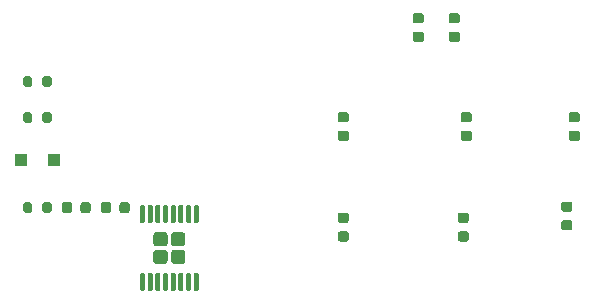
<source format=gbr>
G04 #@! TF.GenerationSoftware,KiCad,Pcbnew,(5.1.9)-1*
G04 #@! TF.CreationDate,2021-02-24T11:41:24+09:00*
G04 #@! TF.ProjectId,body,626f6479-2e6b-4696-9361-645f70636258,rev?*
G04 #@! TF.SameCoordinates,Original*
G04 #@! TF.FileFunction,Paste,Top*
G04 #@! TF.FilePolarity,Positive*
%FSLAX46Y46*%
G04 Gerber Fmt 4.6, Leading zero omitted, Abs format (unit mm)*
G04 Created by KiCad (PCBNEW (5.1.9)-1) date 2021-02-24 11:41:24*
%MOMM*%
%LPD*%
G01*
G04 APERTURE LIST*
%ADD10R,1.100000X1.100000*%
G04 APERTURE END LIST*
D10*
X27810000Y-43180000D03*
X30610000Y-43180000D03*
G36*
G01*
X29635000Y-39899000D02*
X29635000Y-39349000D01*
G75*
G02*
X29835000Y-39149000I200000J0D01*
G01*
X30235000Y-39149000D01*
G75*
G02*
X30435000Y-39349000I0J-200000D01*
G01*
X30435000Y-39899000D01*
G75*
G02*
X30235000Y-40099000I-200000J0D01*
G01*
X29835000Y-40099000D01*
G75*
G02*
X29635000Y-39899000I0J200000D01*
G01*
G37*
G36*
G01*
X27985000Y-39899000D02*
X27985000Y-39349000D01*
G75*
G02*
X28185000Y-39149000I200000J0D01*
G01*
X28585000Y-39149000D01*
G75*
G02*
X28785000Y-39349000I0J-200000D01*
G01*
X28785000Y-39899000D01*
G75*
G02*
X28585000Y-40099000I-200000J0D01*
G01*
X28185000Y-40099000D01*
G75*
G02*
X27985000Y-39899000I0J200000D01*
G01*
G37*
G36*
G01*
X29635000Y-47519000D02*
X29635000Y-46969000D01*
G75*
G02*
X29835000Y-46769000I200000J0D01*
G01*
X30235000Y-46769000D01*
G75*
G02*
X30435000Y-46969000I0J-200000D01*
G01*
X30435000Y-47519000D01*
G75*
G02*
X30235000Y-47719000I-200000J0D01*
G01*
X29835000Y-47719000D01*
G75*
G02*
X29635000Y-47519000I0J200000D01*
G01*
G37*
G36*
G01*
X27985000Y-47519000D02*
X27985000Y-46969000D01*
G75*
G02*
X28185000Y-46769000I200000J0D01*
G01*
X28585000Y-46769000D01*
G75*
G02*
X28785000Y-46969000I0J-200000D01*
G01*
X28785000Y-47519000D01*
G75*
G02*
X28585000Y-47719000I-200000J0D01*
G01*
X28185000Y-47719000D01*
G75*
G02*
X27985000Y-47519000I0J200000D01*
G01*
G37*
G36*
G01*
X29635000Y-36851000D02*
X29635000Y-36301000D01*
G75*
G02*
X29835000Y-36101000I200000J0D01*
G01*
X30235000Y-36101000D01*
G75*
G02*
X30435000Y-36301000I0J-200000D01*
G01*
X30435000Y-36851000D01*
G75*
G02*
X30235000Y-37051000I-200000J0D01*
G01*
X29835000Y-37051000D01*
G75*
G02*
X29635000Y-36851000I0J200000D01*
G01*
G37*
G36*
G01*
X27985000Y-36851000D02*
X27985000Y-36301000D01*
G75*
G02*
X28185000Y-36101000I200000J0D01*
G01*
X28585000Y-36101000D01*
G75*
G02*
X28785000Y-36301000I0J-200000D01*
G01*
X28785000Y-36851000D01*
G75*
G02*
X28585000Y-37051000I-200000J0D01*
G01*
X28185000Y-37051000D01*
G75*
G02*
X27985000Y-36851000I0J200000D01*
G01*
G37*
G36*
G01*
X35464000Y-46987750D02*
X35464000Y-47500250D01*
G75*
G02*
X35245250Y-47719000I-218750J0D01*
G01*
X34807750Y-47719000D01*
G75*
G02*
X34589000Y-47500250I0J218750D01*
G01*
X34589000Y-46987750D01*
G75*
G02*
X34807750Y-46769000I218750J0D01*
G01*
X35245250Y-46769000D01*
G75*
G02*
X35464000Y-46987750I0J-218750D01*
G01*
G37*
G36*
G01*
X37039000Y-46987750D02*
X37039000Y-47500250D01*
G75*
G02*
X36820250Y-47719000I-218750J0D01*
G01*
X36382750Y-47719000D01*
G75*
G02*
X36164000Y-47500250I0J218750D01*
G01*
X36164000Y-46987750D01*
G75*
G02*
X36382750Y-46769000I218750J0D01*
G01*
X36820250Y-46769000D01*
G75*
G02*
X37039000Y-46987750I0J-218750D01*
G01*
G37*
G36*
G01*
X32162000Y-46987750D02*
X32162000Y-47500250D01*
G75*
G02*
X31943250Y-47719000I-218750J0D01*
G01*
X31505750Y-47719000D01*
G75*
G02*
X31287000Y-47500250I0J218750D01*
G01*
X31287000Y-46987750D01*
G75*
G02*
X31505750Y-46769000I218750J0D01*
G01*
X31943250Y-46769000D01*
G75*
G02*
X32162000Y-46987750I0J-218750D01*
G01*
G37*
G36*
G01*
X33737000Y-46987750D02*
X33737000Y-47500250D01*
G75*
G02*
X33518250Y-47719000I-218750J0D01*
G01*
X33080750Y-47719000D01*
G75*
G02*
X32862000Y-47500250I0J218750D01*
G01*
X32862000Y-46987750D01*
G75*
G02*
X33080750Y-46769000I218750J0D01*
G01*
X33518250Y-46769000D01*
G75*
G02*
X33737000Y-46987750I0J-218750D01*
G01*
G37*
G36*
G01*
X65021750Y-49245000D02*
X65534250Y-49245000D01*
G75*
G02*
X65753000Y-49463750I0J-218750D01*
G01*
X65753000Y-49901250D01*
G75*
G02*
X65534250Y-50120000I-218750J0D01*
G01*
X65021750Y-50120000D01*
G75*
G02*
X64803000Y-49901250I0J218750D01*
G01*
X64803000Y-49463750D01*
G75*
G02*
X65021750Y-49245000I218750J0D01*
G01*
G37*
G36*
G01*
X65021750Y-47670000D02*
X65534250Y-47670000D01*
G75*
G02*
X65753000Y-47888750I0J-218750D01*
G01*
X65753000Y-48326250D01*
G75*
G02*
X65534250Y-48545000I-218750J0D01*
G01*
X65021750Y-48545000D01*
G75*
G02*
X64803000Y-48326250I0J218750D01*
G01*
X64803000Y-47888750D01*
G75*
G02*
X65021750Y-47670000I218750J0D01*
G01*
G37*
G36*
G01*
X64259750Y-30779000D02*
X64772250Y-30779000D01*
G75*
G02*
X64991000Y-30997750I0J-218750D01*
G01*
X64991000Y-31435250D01*
G75*
G02*
X64772250Y-31654000I-218750J0D01*
G01*
X64259750Y-31654000D01*
G75*
G02*
X64041000Y-31435250I0J218750D01*
G01*
X64041000Y-30997750D01*
G75*
G02*
X64259750Y-30779000I218750J0D01*
G01*
G37*
G36*
G01*
X64259750Y-32354000D02*
X64772250Y-32354000D01*
G75*
G02*
X64991000Y-32572750I0J-218750D01*
G01*
X64991000Y-33010250D01*
G75*
G02*
X64772250Y-33229000I-218750J0D01*
G01*
X64259750Y-33229000D01*
G75*
G02*
X64041000Y-33010250I0J218750D01*
G01*
X64041000Y-32572750D01*
G75*
G02*
X64259750Y-32354000I218750J0D01*
G01*
G37*
G36*
G01*
X74419750Y-40736000D02*
X74932250Y-40736000D01*
G75*
G02*
X75151000Y-40954750I0J-218750D01*
G01*
X75151000Y-41392250D01*
G75*
G02*
X74932250Y-41611000I-218750J0D01*
G01*
X74419750Y-41611000D01*
G75*
G02*
X74201000Y-41392250I0J218750D01*
G01*
X74201000Y-40954750D01*
G75*
G02*
X74419750Y-40736000I218750J0D01*
G01*
G37*
G36*
G01*
X74419750Y-39161000D02*
X74932250Y-39161000D01*
G75*
G02*
X75151000Y-39379750I0J-218750D01*
G01*
X75151000Y-39817250D01*
G75*
G02*
X74932250Y-40036000I-218750J0D01*
G01*
X74419750Y-40036000D01*
G75*
G02*
X74201000Y-39817250I0J218750D01*
G01*
X74201000Y-39379750D01*
G75*
G02*
X74419750Y-39161000I218750J0D01*
G01*
G37*
G36*
G01*
X54861750Y-49245000D02*
X55374250Y-49245000D01*
G75*
G02*
X55593000Y-49463750I0J-218750D01*
G01*
X55593000Y-49901250D01*
G75*
G02*
X55374250Y-50120000I-218750J0D01*
G01*
X54861750Y-50120000D01*
G75*
G02*
X54643000Y-49901250I0J218750D01*
G01*
X54643000Y-49463750D01*
G75*
G02*
X54861750Y-49245000I218750J0D01*
G01*
G37*
G36*
G01*
X54861750Y-47670000D02*
X55374250Y-47670000D01*
G75*
G02*
X55593000Y-47888750I0J-218750D01*
G01*
X55593000Y-48326250D01*
G75*
G02*
X55374250Y-48545000I-218750J0D01*
G01*
X54861750Y-48545000D01*
G75*
G02*
X54643000Y-48326250I0J218750D01*
G01*
X54643000Y-47888750D01*
G75*
G02*
X54861750Y-47670000I218750J0D01*
G01*
G37*
G36*
G01*
X54861750Y-40736000D02*
X55374250Y-40736000D01*
G75*
G02*
X55593000Y-40954750I0J-218750D01*
G01*
X55593000Y-41392250D01*
G75*
G02*
X55374250Y-41611000I-218750J0D01*
G01*
X54861750Y-41611000D01*
G75*
G02*
X54643000Y-41392250I0J218750D01*
G01*
X54643000Y-40954750D01*
G75*
G02*
X54861750Y-40736000I218750J0D01*
G01*
G37*
G36*
G01*
X54861750Y-39161000D02*
X55374250Y-39161000D01*
G75*
G02*
X55593000Y-39379750I0J-218750D01*
G01*
X55593000Y-39817250D01*
G75*
G02*
X55374250Y-40036000I-218750J0D01*
G01*
X54861750Y-40036000D01*
G75*
G02*
X54643000Y-39817250I0J218750D01*
G01*
X54643000Y-39379750D01*
G75*
G02*
X54861750Y-39161000I218750J0D01*
G01*
G37*
G36*
G01*
X65275750Y-40736000D02*
X65788250Y-40736000D01*
G75*
G02*
X66007000Y-40954750I0J-218750D01*
G01*
X66007000Y-41392250D01*
G75*
G02*
X65788250Y-41611000I-218750J0D01*
G01*
X65275750Y-41611000D01*
G75*
G02*
X65057000Y-41392250I0J218750D01*
G01*
X65057000Y-40954750D01*
G75*
G02*
X65275750Y-40736000I218750J0D01*
G01*
G37*
G36*
G01*
X65275750Y-39161000D02*
X65788250Y-39161000D01*
G75*
G02*
X66007000Y-39379750I0J-218750D01*
G01*
X66007000Y-39817250D01*
G75*
G02*
X65788250Y-40036000I-218750J0D01*
G01*
X65275750Y-40036000D01*
G75*
G02*
X65057000Y-39817250I0J218750D01*
G01*
X65057000Y-39379750D01*
G75*
G02*
X65275750Y-39161000I218750J0D01*
G01*
G37*
G36*
G01*
X73784750Y-48305200D02*
X74297250Y-48305200D01*
G75*
G02*
X74516000Y-48523950I0J-218750D01*
G01*
X74516000Y-48961450D01*
G75*
G02*
X74297250Y-49180200I-218750J0D01*
G01*
X73784750Y-49180200D01*
G75*
G02*
X73566000Y-48961450I0J218750D01*
G01*
X73566000Y-48523950D01*
G75*
G02*
X73784750Y-48305200I218750J0D01*
G01*
G37*
G36*
G01*
X73784750Y-46730200D02*
X74297250Y-46730200D01*
G75*
G02*
X74516000Y-46948950I0J-218750D01*
G01*
X74516000Y-47386450D01*
G75*
G02*
X74297250Y-47605200I-218750J0D01*
G01*
X73784750Y-47605200D01*
G75*
G02*
X73566000Y-47386450I0J218750D01*
G01*
X73566000Y-46948950D01*
G75*
G02*
X73784750Y-46730200I218750J0D01*
G01*
G37*
G36*
G01*
X61211750Y-32354000D02*
X61724250Y-32354000D01*
G75*
G02*
X61943000Y-32572750I0J-218750D01*
G01*
X61943000Y-33010250D01*
G75*
G02*
X61724250Y-33229000I-218750J0D01*
G01*
X61211750Y-33229000D01*
G75*
G02*
X60993000Y-33010250I0J218750D01*
G01*
X60993000Y-32572750D01*
G75*
G02*
X61211750Y-32354000I218750J0D01*
G01*
G37*
G36*
G01*
X61211750Y-30779000D02*
X61724250Y-30779000D01*
G75*
G02*
X61943000Y-30997750I0J-218750D01*
G01*
X61943000Y-31435250D01*
G75*
G02*
X61724250Y-31654000I-218750J0D01*
G01*
X61211750Y-31654000D01*
G75*
G02*
X60993000Y-31435250I0J218750D01*
G01*
X60993000Y-30997750D01*
G75*
G02*
X61211750Y-30779000I218750J0D01*
G01*
G37*
G36*
G01*
X39991000Y-52028000D02*
X39281000Y-52028000D01*
G75*
G02*
X39031000Y-51778000I0J250000D01*
G01*
X39031000Y-51068000D01*
G75*
G02*
X39281000Y-50818000I250000J0D01*
G01*
X39991000Y-50818000D01*
G75*
G02*
X40241000Y-51068000I0J-250000D01*
G01*
X40241000Y-51778000D01*
G75*
G02*
X39991000Y-52028000I-250000J0D01*
G01*
G37*
G36*
G01*
X41491000Y-52028000D02*
X40781000Y-52028000D01*
G75*
G02*
X40531000Y-51778000I0J250000D01*
G01*
X40531000Y-51068000D01*
G75*
G02*
X40781000Y-50818000I250000J0D01*
G01*
X41491000Y-50818000D01*
G75*
G02*
X41741000Y-51068000I0J-250000D01*
G01*
X41741000Y-51778000D01*
G75*
G02*
X41491000Y-52028000I-250000J0D01*
G01*
G37*
G36*
G01*
X39991000Y-50528000D02*
X39281000Y-50528000D01*
G75*
G02*
X39031000Y-50278000I0J250000D01*
G01*
X39031000Y-49568000D01*
G75*
G02*
X39281000Y-49318000I250000J0D01*
G01*
X39991000Y-49318000D01*
G75*
G02*
X40241000Y-49568000I0J-250000D01*
G01*
X40241000Y-50278000D01*
G75*
G02*
X39991000Y-50528000I-250000J0D01*
G01*
G37*
G36*
G01*
X41491000Y-50528000D02*
X40781000Y-50528000D01*
G75*
G02*
X40531000Y-50278000I0J250000D01*
G01*
X40531000Y-49568000D01*
G75*
G02*
X40781000Y-49318000I250000J0D01*
G01*
X41491000Y-49318000D01*
G75*
G02*
X41741000Y-49568000I0J-250000D01*
G01*
X41741000Y-50278000D01*
G75*
G02*
X41491000Y-50528000I-250000J0D01*
G01*
G37*
G36*
G01*
X38211000Y-54323000D02*
X38011000Y-54323000D01*
G75*
G02*
X37911000Y-54223000I0J100000D01*
G01*
X37911000Y-52873000D01*
G75*
G02*
X38011000Y-52773000I100000J0D01*
G01*
X38211000Y-52773000D01*
G75*
G02*
X38311000Y-52873000I0J-100000D01*
G01*
X38311000Y-54223000D01*
G75*
G02*
X38211000Y-54323000I-100000J0D01*
G01*
G37*
G36*
G01*
X38861000Y-54323000D02*
X38661000Y-54323000D01*
G75*
G02*
X38561000Y-54223000I0J100000D01*
G01*
X38561000Y-52873000D01*
G75*
G02*
X38661000Y-52773000I100000J0D01*
G01*
X38861000Y-52773000D01*
G75*
G02*
X38961000Y-52873000I0J-100000D01*
G01*
X38961000Y-54223000D01*
G75*
G02*
X38861000Y-54323000I-100000J0D01*
G01*
G37*
G36*
G01*
X39511000Y-54323000D02*
X39311000Y-54323000D01*
G75*
G02*
X39211000Y-54223000I0J100000D01*
G01*
X39211000Y-52873000D01*
G75*
G02*
X39311000Y-52773000I100000J0D01*
G01*
X39511000Y-52773000D01*
G75*
G02*
X39611000Y-52873000I0J-100000D01*
G01*
X39611000Y-54223000D01*
G75*
G02*
X39511000Y-54323000I-100000J0D01*
G01*
G37*
G36*
G01*
X40161000Y-54323000D02*
X39961000Y-54323000D01*
G75*
G02*
X39861000Y-54223000I0J100000D01*
G01*
X39861000Y-52873000D01*
G75*
G02*
X39961000Y-52773000I100000J0D01*
G01*
X40161000Y-52773000D01*
G75*
G02*
X40261000Y-52873000I0J-100000D01*
G01*
X40261000Y-54223000D01*
G75*
G02*
X40161000Y-54323000I-100000J0D01*
G01*
G37*
G36*
G01*
X40811000Y-54323000D02*
X40611000Y-54323000D01*
G75*
G02*
X40511000Y-54223000I0J100000D01*
G01*
X40511000Y-52873000D01*
G75*
G02*
X40611000Y-52773000I100000J0D01*
G01*
X40811000Y-52773000D01*
G75*
G02*
X40911000Y-52873000I0J-100000D01*
G01*
X40911000Y-54223000D01*
G75*
G02*
X40811000Y-54323000I-100000J0D01*
G01*
G37*
G36*
G01*
X41461000Y-54323000D02*
X41261000Y-54323000D01*
G75*
G02*
X41161000Y-54223000I0J100000D01*
G01*
X41161000Y-52873000D01*
G75*
G02*
X41261000Y-52773000I100000J0D01*
G01*
X41461000Y-52773000D01*
G75*
G02*
X41561000Y-52873000I0J-100000D01*
G01*
X41561000Y-54223000D01*
G75*
G02*
X41461000Y-54323000I-100000J0D01*
G01*
G37*
G36*
G01*
X42111000Y-54323000D02*
X41911000Y-54323000D01*
G75*
G02*
X41811000Y-54223000I0J100000D01*
G01*
X41811000Y-52873000D01*
G75*
G02*
X41911000Y-52773000I100000J0D01*
G01*
X42111000Y-52773000D01*
G75*
G02*
X42211000Y-52873000I0J-100000D01*
G01*
X42211000Y-54223000D01*
G75*
G02*
X42111000Y-54323000I-100000J0D01*
G01*
G37*
G36*
G01*
X42761000Y-54323000D02*
X42561000Y-54323000D01*
G75*
G02*
X42461000Y-54223000I0J100000D01*
G01*
X42461000Y-52873000D01*
G75*
G02*
X42561000Y-52773000I100000J0D01*
G01*
X42761000Y-52773000D01*
G75*
G02*
X42861000Y-52873000I0J-100000D01*
G01*
X42861000Y-54223000D01*
G75*
G02*
X42761000Y-54323000I-100000J0D01*
G01*
G37*
G36*
G01*
X42761000Y-48573000D02*
X42561000Y-48573000D01*
G75*
G02*
X42461000Y-48473000I0J100000D01*
G01*
X42461000Y-47123000D01*
G75*
G02*
X42561000Y-47023000I100000J0D01*
G01*
X42761000Y-47023000D01*
G75*
G02*
X42861000Y-47123000I0J-100000D01*
G01*
X42861000Y-48473000D01*
G75*
G02*
X42761000Y-48573000I-100000J0D01*
G01*
G37*
G36*
G01*
X42111000Y-48573000D02*
X41911000Y-48573000D01*
G75*
G02*
X41811000Y-48473000I0J100000D01*
G01*
X41811000Y-47123000D01*
G75*
G02*
X41911000Y-47023000I100000J0D01*
G01*
X42111000Y-47023000D01*
G75*
G02*
X42211000Y-47123000I0J-100000D01*
G01*
X42211000Y-48473000D01*
G75*
G02*
X42111000Y-48573000I-100000J0D01*
G01*
G37*
G36*
G01*
X41461000Y-48573000D02*
X41261000Y-48573000D01*
G75*
G02*
X41161000Y-48473000I0J100000D01*
G01*
X41161000Y-47123000D01*
G75*
G02*
X41261000Y-47023000I100000J0D01*
G01*
X41461000Y-47023000D01*
G75*
G02*
X41561000Y-47123000I0J-100000D01*
G01*
X41561000Y-48473000D01*
G75*
G02*
X41461000Y-48573000I-100000J0D01*
G01*
G37*
G36*
G01*
X40811000Y-48573000D02*
X40611000Y-48573000D01*
G75*
G02*
X40511000Y-48473000I0J100000D01*
G01*
X40511000Y-47123000D01*
G75*
G02*
X40611000Y-47023000I100000J0D01*
G01*
X40811000Y-47023000D01*
G75*
G02*
X40911000Y-47123000I0J-100000D01*
G01*
X40911000Y-48473000D01*
G75*
G02*
X40811000Y-48573000I-100000J0D01*
G01*
G37*
G36*
G01*
X40161000Y-48573000D02*
X39961000Y-48573000D01*
G75*
G02*
X39861000Y-48473000I0J100000D01*
G01*
X39861000Y-47123000D01*
G75*
G02*
X39961000Y-47023000I100000J0D01*
G01*
X40161000Y-47023000D01*
G75*
G02*
X40261000Y-47123000I0J-100000D01*
G01*
X40261000Y-48473000D01*
G75*
G02*
X40161000Y-48573000I-100000J0D01*
G01*
G37*
G36*
G01*
X39511000Y-48573000D02*
X39311000Y-48573000D01*
G75*
G02*
X39211000Y-48473000I0J100000D01*
G01*
X39211000Y-47123000D01*
G75*
G02*
X39311000Y-47023000I100000J0D01*
G01*
X39511000Y-47023000D01*
G75*
G02*
X39611000Y-47123000I0J-100000D01*
G01*
X39611000Y-48473000D01*
G75*
G02*
X39511000Y-48573000I-100000J0D01*
G01*
G37*
G36*
G01*
X38861000Y-48573000D02*
X38661000Y-48573000D01*
G75*
G02*
X38561000Y-48473000I0J100000D01*
G01*
X38561000Y-47123000D01*
G75*
G02*
X38661000Y-47023000I100000J0D01*
G01*
X38861000Y-47023000D01*
G75*
G02*
X38961000Y-47123000I0J-100000D01*
G01*
X38961000Y-48473000D01*
G75*
G02*
X38861000Y-48573000I-100000J0D01*
G01*
G37*
G36*
G01*
X38211000Y-48573000D02*
X38011000Y-48573000D01*
G75*
G02*
X37911000Y-48473000I0J100000D01*
G01*
X37911000Y-47123000D01*
G75*
G02*
X38011000Y-47023000I100000J0D01*
G01*
X38211000Y-47023000D01*
G75*
G02*
X38311000Y-47123000I0J-100000D01*
G01*
X38311000Y-48473000D01*
G75*
G02*
X38211000Y-48573000I-100000J0D01*
G01*
G37*
M02*

</source>
